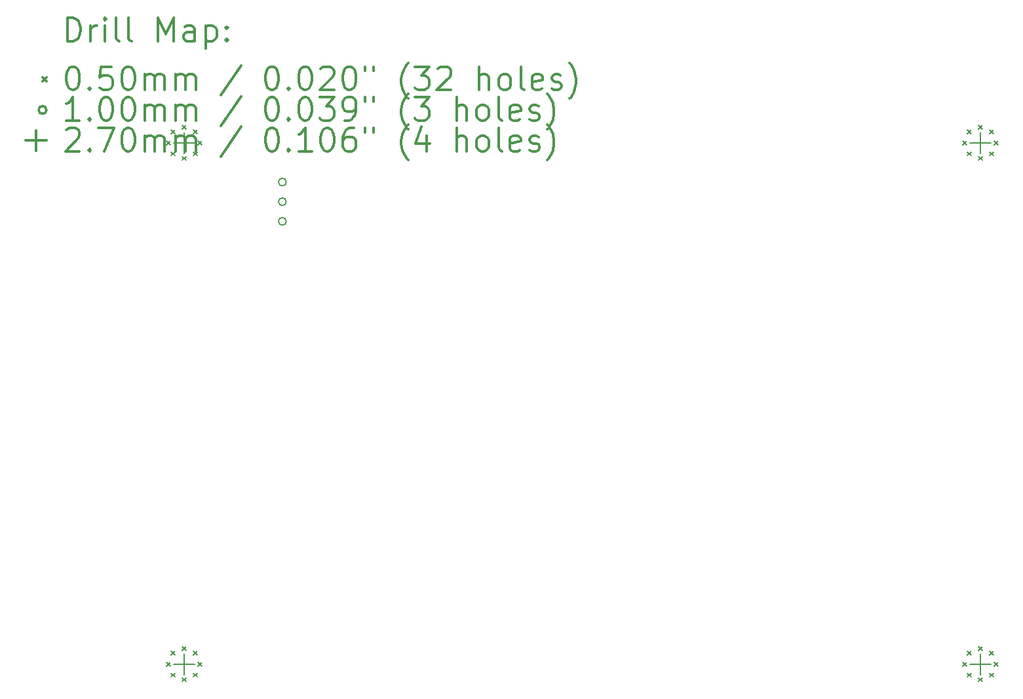
<source format=gbr>
%FSLAX45Y45*%
G04 Gerber Fmt 4.5, Leading zero omitted, Abs format (unit mm)*
G04 Created by KiCad (PCBNEW 4.0.6) date 06/13/17 21:24:57*
%MOMM*%
%LPD*%
G01*
G04 APERTURE LIST*
%ADD10C,0.127000*%
%ADD11C,0.200000*%
%ADD12C,0.300000*%
G04 APERTURE END LIST*
D10*
D11*
X1550500Y-1753000D02*
X1600500Y-1803000D01*
X1600500Y-1753000D02*
X1550500Y-1803000D01*
X1550500Y-8484000D02*
X1600500Y-8534000D01*
X1600500Y-8484000D02*
X1550500Y-8534000D01*
X1609811Y-1609811D02*
X1659811Y-1659811D01*
X1659811Y-1609811D02*
X1609811Y-1659811D01*
X1609811Y-1896189D02*
X1659811Y-1946189D01*
X1659811Y-1896189D02*
X1609811Y-1946189D01*
X1609811Y-8340811D02*
X1659811Y-8390811D01*
X1659811Y-8340811D02*
X1609811Y-8390811D01*
X1609811Y-8627189D02*
X1659811Y-8677189D01*
X1659811Y-8627189D02*
X1609811Y-8677189D01*
X1753000Y-1550500D02*
X1803000Y-1600500D01*
X1803000Y-1550500D02*
X1753000Y-1600500D01*
X1753000Y-1955500D02*
X1803000Y-2005500D01*
X1803000Y-1955500D02*
X1753000Y-2005500D01*
X1753000Y-8281500D02*
X1803000Y-8331500D01*
X1803000Y-8281500D02*
X1753000Y-8331500D01*
X1753000Y-8686500D02*
X1803000Y-8736500D01*
X1803000Y-8686500D02*
X1753000Y-8736500D01*
X1896189Y-1609811D02*
X1946189Y-1659811D01*
X1946189Y-1609811D02*
X1896189Y-1659811D01*
X1896189Y-1896189D02*
X1946189Y-1946189D01*
X1946189Y-1896189D02*
X1896189Y-1946189D01*
X1896189Y-8340811D02*
X1946189Y-8390811D01*
X1946189Y-8340811D02*
X1896189Y-8390811D01*
X1896189Y-8627189D02*
X1946189Y-8677189D01*
X1946189Y-8627189D02*
X1896189Y-8677189D01*
X1955500Y-1753000D02*
X2005500Y-1803000D01*
X2005500Y-1753000D02*
X1955500Y-1803000D01*
X1955500Y-8484000D02*
X2005500Y-8534000D01*
X2005500Y-8484000D02*
X1955500Y-8534000D01*
X11837500Y-1753000D02*
X11887500Y-1803000D01*
X11887500Y-1753000D02*
X11837500Y-1803000D01*
X11837500Y-8484000D02*
X11887500Y-8534000D01*
X11887500Y-8484000D02*
X11837500Y-8534000D01*
X11896811Y-1609811D02*
X11946811Y-1659811D01*
X11946811Y-1609811D02*
X11896811Y-1659811D01*
X11896811Y-1896189D02*
X11946811Y-1946189D01*
X11946811Y-1896189D02*
X11896811Y-1946189D01*
X11896811Y-8340811D02*
X11946811Y-8390811D01*
X11946811Y-8340811D02*
X11896811Y-8390811D01*
X11896811Y-8627189D02*
X11946811Y-8677189D01*
X11946811Y-8627189D02*
X11896811Y-8677189D01*
X12040000Y-1550500D02*
X12090000Y-1600500D01*
X12090000Y-1550500D02*
X12040000Y-1600500D01*
X12040000Y-1955500D02*
X12090000Y-2005500D01*
X12090000Y-1955500D02*
X12040000Y-2005500D01*
X12040000Y-8281500D02*
X12090000Y-8331500D01*
X12090000Y-8281500D02*
X12040000Y-8331500D01*
X12040000Y-8686500D02*
X12090000Y-8736500D01*
X12090000Y-8686500D02*
X12040000Y-8736500D01*
X12183189Y-1609811D02*
X12233189Y-1659811D01*
X12233189Y-1609811D02*
X12183189Y-1659811D01*
X12183189Y-1896189D02*
X12233189Y-1946189D01*
X12233189Y-1896189D02*
X12183189Y-1946189D01*
X12183189Y-8340811D02*
X12233189Y-8390811D01*
X12233189Y-8340811D02*
X12183189Y-8390811D01*
X12183189Y-8627189D02*
X12233189Y-8677189D01*
X12233189Y-8627189D02*
X12183189Y-8677189D01*
X12242500Y-1753000D02*
X12292500Y-1803000D01*
X12292500Y-1753000D02*
X12242500Y-1803000D01*
X12242500Y-8484000D02*
X12292500Y-8534000D01*
X12292500Y-8484000D02*
X12242500Y-8534000D01*
X3098000Y-2286000D02*
G75*
G03X3098000Y-2286000I-50000J0D01*
G01*
X3098000Y-2540000D02*
G75*
G03X3098000Y-2540000I-50000J0D01*
G01*
X3098000Y-2794000D02*
G75*
G03X3098000Y-2794000I-50000J0D01*
G01*
X1778000Y-1643000D02*
X1778000Y-1913000D01*
X1643000Y-1778000D02*
X1913000Y-1778000D01*
X1778000Y-8374000D02*
X1778000Y-8644000D01*
X1643000Y-8509000D02*
X1913000Y-8509000D01*
X12065000Y-1643000D02*
X12065000Y-1913000D01*
X11930000Y-1778000D02*
X12200000Y-1778000D01*
X12065000Y-8374000D02*
X12065000Y-8644000D01*
X11930000Y-8509000D02*
X12200000Y-8509000D01*
D12*
X271429Y-465714D02*
X271429Y-165714D01*
X342857Y-165714D01*
X385714Y-180000D01*
X414286Y-208571D01*
X428571Y-237143D01*
X442857Y-294286D01*
X442857Y-337143D01*
X428571Y-394286D01*
X414286Y-422857D01*
X385714Y-451429D01*
X342857Y-465714D01*
X271429Y-465714D01*
X571429Y-465714D02*
X571429Y-265714D01*
X571429Y-322857D02*
X585714Y-294286D01*
X600000Y-280000D01*
X628571Y-265714D01*
X657143Y-265714D01*
X757143Y-465714D02*
X757143Y-265714D01*
X757143Y-165714D02*
X742857Y-180000D01*
X757143Y-194286D01*
X771429Y-180000D01*
X757143Y-165714D01*
X757143Y-194286D01*
X942857Y-465714D02*
X914286Y-451429D01*
X900000Y-422857D01*
X900000Y-165714D01*
X1100000Y-465714D02*
X1071429Y-451429D01*
X1057143Y-422857D01*
X1057143Y-165714D01*
X1442857Y-465714D02*
X1442857Y-165714D01*
X1542857Y-380000D01*
X1642857Y-165714D01*
X1642857Y-465714D01*
X1914286Y-465714D02*
X1914286Y-308571D01*
X1900000Y-280000D01*
X1871429Y-265714D01*
X1814286Y-265714D01*
X1785714Y-280000D01*
X1914286Y-451429D02*
X1885714Y-465714D01*
X1814286Y-465714D01*
X1785714Y-451429D01*
X1771429Y-422857D01*
X1771429Y-394286D01*
X1785714Y-365714D01*
X1814286Y-351429D01*
X1885714Y-351429D01*
X1914286Y-337143D01*
X2057143Y-265714D02*
X2057143Y-565714D01*
X2057143Y-280000D02*
X2085714Y-265714D01*
X2142857Y-265714D01*
X2171429Y-280000D01*
X2185714Y-294286D01*
X2200000Y-322857D01*
X2200000Y-408571D01*
X2185714Y-437143D01*
X2171429Y-451429D01*
X2142857Y-465714D01*
X2085714Y-465714D01*
X2057143Y-451429D01*
X2328572Y-437143D02*
X2342857Y-451429D01*
X2328572Y-465714D01*
X2314286Y-451429D01*
X2328572Y-437143D01*
X2328572Y-465714D01*
X2328572Y-280000D02*
X2342857Y-294286D01*
X2328572Y-308571D01*
X2314286Y-294286D01*
X2328572Y-280000D01*
X2328572Y-308571D01*
X-50000Y-935000D02*
X0Y-985000D01*
X0Y-935000D02*
X-50000Y-985000D01*
X328571Y-795714D02*
X357143Y-795714D01*
X385714Y-810000D01*
X400000Y-824286D01*
X414286Y-852857D01*
X428571Y-910000D01*
X428571Y-981429D01*
X414286Y-1038571D01*
X400000Y-1067143D01*
X385714Y-1081429D01*
X357143Y-1095714D01*
X328571Y-1095714D01*
X300000Y-1081429D01*
X285714Y-1067143D01*
X271429Y-1038571D01*
X257143Y-981429D01*
X257143Y-910000D01*
X271429Y-852857D01*
X285714Y-824286D01*
X300000Y-810000D01*
X328571Y-795714D01*
X557143Y-1067143D02*
X571429Y-1081429D01*
X557143Y-1095714D01*
X542857Y-1081429D01*
X557143Y-1067143D01*
X557143Y-1095714D01*
X842857Y-795714D02*
X700000Y-795714D01*
X685714Y-938571D01*
X700000Y-924286D01*
X728571Y-910000D01*
X800000Y-910000D01*
X828571Y-924286D01*
X842857Y-938571D01*
X857143Y-967143D01*
X857143Y-1038571D01*
X842857Y-1067143D01*
X828571Y-1081429D01*
X800000Y-1095714D01*
X728571Y-1095714D01*
X700000Y-1081429D01*
X685714Y-1067143D01*
X1042857Y-795714D02*
X1071429Y-795714D01*
X1100000Y-810000D01*
X1114286Y-824286D01*
X1128571Y-852857D01*
X1142857Y-910000D01*
X1142857Y-981429D01*
X1128571Y-1038571D01*
X1114286Y-1067143D01*
X1100000Y-1081429D01*
X1071429Y-1095714D01*
X1042857Y-1095714D01*
X1014286Y-1081429D01*
X1000000Y-1067143D01*
X985714Y-1038571D01*
X971429Y-981429D01*
X971429Y-910000D01*
X985714Y-852857D01*
X1000000Y-824286D01*
X1014286Y-810000D01*
X1042857Y-795714D01*
X1271429Y-1095714D02*
X1271429Y-895714D01*
X1271429Y-924286D02*
X1285714Y-910000D01*
X1314286Y-895714D01*
X1357143Y-895714D01*
X1385714Y-910000D01*
X1400000Y-938571D01*
X1400000Y-1095714D01*
X1400000Y-938571D02*
X1414286Y-910000D01*
X1442857Y-895714D01*
X1485714Y-895714D01*
X1514286Y-910000D01*
X1528571Y-938571D01*
X1528571Y-1095714D01*
X1671429Y-1095714D02*
X1671429Y-895714D01*
X1671429Y-924286D02*
X1685714Y-910000D01*
X1714286Y-895714D01*
X1757143Y-895714D01*
X1785714Y-910000D01*
X1800000Y-938571D01*
X1800000Y-1095714D01*
X1800000Y-938571D02*
X1814286Y-910000D01*
X1842857Y-895714D01*
X1885714Y-895714D01*
X1914286Y-910000D01*
X1928571Y-938571D01*
X1928571Y-1095714D01*
X2514286Y-781429D02*
X2257143Y-1167143D01*
X2900000Y-795714D02*
X2928571Y-795714D01*
X2957143Y-810000D01*
X2971428Y-824286D01*
X2985714Y-852857D01*
X3000000Y-910000D01*
X3000000Y-981429D01*
X2985714Y-1038571D01*
X2971428Y-1067143D01*
X2957143Y-1081429D01*
X2928571Y-1095714D01*
X2900000Y-1095714D01*
X2871428Y-1081429D01*
X2857143Y-1067143D01*
X2842857Y-1038571D01*
X2828571Y-981429D01*
X2828571Y-910000D01*
X2842857Y-852857D01*
X2857143Y-824286D01*
X2871428Y-810000D01*
X2900000Y-795714D01*
X3128571Y-1067143D02*
X3142857Y-1081429D01*
X3128571Y-1095714D01*
X3114286Y-1081429D01*
X3128571Y-1067143D01*
X3128571Y-1095714D01*
X3328571Y-795714D02*
X3357143Y-795714D01*
X3385714Y-810000D01*
X3400000Y-824286D01*
X3414286Y-852857D01*
X3428571Y-910000D01*
X3428571Y-981429D01*
X3414286Y-1038571D01*
X3400000Y-1067143D01*
X3385714Y-1081429D01*
X3357143Y-1095714D01*
X3328571Y-1095714D01*
X3300000Y-1081429D01*
X3285714Y-1067143D01*
X3271428Y-1038571D01*
X3257143Y-981429D01*
X3257143Y-910000D01*
X3271428Y-852857D01*
X3285714Y-824286D01*
X3300000Y-810000D01*
X3328571Y-795714D01*
X3542857Y-824286D02*
X3557143Y-810000D01*
X3585714Y-795714D01*
X3657143Y-795714D01*
X3685714Y-810000D01*
X3700000Y-824286D01*
X3714286Y-852857D01*
X3714286Y-881429D01*
X3700000Y-924286D01*
X3528571Y-1095714D01*
X3714286Y-1095714D01*
X3900000Y-795714D02*
X3928571Y-795714D01*
X3957143Y-810000D01*
X3971428Y-824286D01*
X3985714Y-852857D01*
X4000000Y-910000D01*
X4000000Y-981429D01*
X3985714Y-1038571D01*
X3971428Y-1067143D01*
X3957143Y-1081429D01*
X3928571Y-1095714D01*
X3900000Y-1095714D01*
X3871428Y-1081429D01*
X3857143Y-1067143D01*
X3842857Y-1038571D01*
X3828571Y-981429D01*
X3828571Y-910000D01*
X3842857Y-852857D01*
X3857143Y-824286D01*
X3871428Y-810000D01*
X3900000Y-795714D01*
X4114286Y-795714D02*
X4114286Y-852857D01*
X4228571Y-795714D02*
X4228571Y-852857D01*
X4671429Y-1210000D02*
X4657143Y-1195714D01*
X4628571Y-1152857D01*
X4614286Y-1124286D01*
X4600000Y-1081429D01*
X4585714Y-1010000D01*
X4585714Y-952857D01*
X4600000Y-881429D01*
X4614286Y-838571D01*
X4628571Y-810000D01*
X4657143Y-767143D01*
X4671429Y-752857D01*
X4757143Y-795714D02*
X4942857Y-795714D01*
X4842857Y-910000D01*
X4885714Y-910000D01*
X4914286Y-924286D01*
X4928571Y-938571D01*
X4942857Y-967143D01*
X4942857Y-1038571D01*
X4928571Y-1067143D01*
X4914286Y-1081429D01*
X4885714Y-1095714D01*
X4800000Y-1095714D01*
X4771429Y-1081429D01*
X4757143Y-1067143D01*
X5057143Y-824286D02*
X5071429Y-810000D01*
X5100000Y-795714D01*
X5171429Y-795714D01*
X5200000Y-810000D01*
X5214286Y-824286D01*
X5228571Y-852857D01*
X5228571Y-881429D01*
X5214286Y-924286D01*
X5042857Y-1095714D01*
X5228571Y-1095714D01*
X5585714Y-1095714D02*
X5585714Y-795714D01*
X5714286Y-1095714D02*
X5714286Y-938571D01*
X5700000Y-910000D01*
X5671428Y-895714D01*
X5628571Y-895714D01*
X5600000Y-910000D01*
X5585714Y-924286D01*
X5900000Y-1095714D02*
X5871428Y-1081429D01*
X5857143Y-1067143D01*
X5842857Y-1038571D01*
X5842857Y-952857D01*
X5857143Y-924286D01*
X5871428Y-910000D01*
X5900000Y-895714D01*
X5942857Y-895714D01*
X5971428Y-910000D01*
X5985714Y-924286D01*
X6000000Y-952857D01*
X6000000Y-1038571D01*
X5985714Y-1067143D01*
X5971428Y-1081429D01*
X5942857Y-1095714D01*
X5900000Y-1095714D01*
X6171428Y-1095714D02*
X6142857Y-1081429D01*
X6128571Y-1052857D01*
X6128571Y-795714D01*
X6400000Y-1081429D02*
X6371429Y-1095714D01*
X6314286Y-1095714D01*
X6285714Y-1081429D01*
X6271429Y-1052857D01*
X6271429Y-938571D01*
X6285714Y-910000D01*
X6314286Y-895714D01*
X6371429Y-895714D01*
X6400000Y-910000D01*
X6414286Y-938571D01*
X6414286Y-967143D01*
X6271429Y-995714D01*
X6528571Y-1081429D02*
X6557143Y-1095714D01*
X6614286Y-1095714D01*
X6642857Y-1081429D01*
X6657143Y-1052857D01*
X6657143Y-1038571D01*
X6642857Y-1010000D01*
X6614286Y-995714D01*
X6571429Y-995714D01*
X6542857Y-981429D01*
X6528571Y-952857D01*
X6528571Y-938571D01*
X6542857Y-910000D01*
X6571429Y-895714D01*
X6614286Y-895714D01*
X6642857Y-910000D01*
X6757143Y-1210000D02*
X6771429Y-1195714D01*
X6800000Y-1152857D01*
X6814286Y-1124286D01*
X6828571Y-1081429D01*
X6842857Y-1010000D01*
X6842857Y-952857D01*
X6828571Y-881429D01*
X6814286Y-838571D01*
X6800000Y-810000D01*
X6771429Y-767143D01*
X6757143Y-752857D01*
X0Y-1356000D02*
G75*
G03X0Y-1356000I-50000J0D01*
G01*
X428571Y-1491714D02*
X257143Y-1491714D01*
X342857Y-1491714D02*
X342857Y-1191714D01*
X314286Y-1234571D01*
X285714Y-1263143D01*
X257143Y-1277429D01*
X557143Y-1463143D02*
X571429Y-1477429D01*
X557143Y-1491714D01*
X542857Y-1477429D01*
X557143Y-1463143D01*
X557143Y-1491714D01*
X757143Y-1191714D02*
X785714Y-1191714D01*
X814286Y-1206000D01*
X828571Y-1220286D01*
X842857Y-1248857D01*
X857143Y-1306000D01*
X857143Y-1377429D01*
X842857Y-1434571D01*
X828571Y-1463143D01*
X814286Y-1477429D01*
X785714Y-1491714D01*
X757143Y-1491714D01*
X728571Y-1477429D01*
X714286Y-1463143D01*
X700000Y-1434571D01*
X685714Y-1377429D01*
X685714Y-1306000D01*
X700000Y-1248857D01*
X714286Y-1220286D01*
X728571Y-1206000D01*
X757143Y-1191714D01*
X1042857Y-1191714D02*
X1071429Y-1191714D01*
X1100000Y-1206000D01*
X1114286Y-1220286D01*
X1128571Y-1248857D01*
X1142857Y-1306000D01*
X1142857Y-1377429D01*
X1128571Y-1434571D01*
X1114286Y-1463143D01*
X1100000Y-1477429D01*
X1071429Y-1491714D01*
X1042857Y-1491714D01*
X1014286Y-1477429D01*
X1000000Y-1463143D01*
X985714Y-1434571D01*
X971429Y-1377429D01*
X971429Y-1306000D01*
X985714Y-1248857D01*
X1000000Y-1220286D01*
X1014286Y-1206000D01*
X1042857Y-1191714D01*
X1271429Y-1491714D02*
X1271429Y-1291714D01*
X1271429Y-1320286D02*
X1285714Y-1306000D01*
X1314286Y-1291714D01*
X1357143Y-1291714D01*
X1385714Y-1306000D01*
X1400000Y-1334571D01*
X1400000Y-1491714D01*
X1400000Y-1334571D02*
X1414286Y-1306000D01*
X1442857Y-1291714D01*
X1485714Y-1291714D01*
X1514286Y-1306000D01*
X1528571Y-1334571D01*
X1528571Y-1491714D01*
X1671429Y-1491714D02*
X1671429Y-1291714D01*
X1671429Y-1320286D02*
X1685714Y-1306000D01*
X1714286Y-1291714D01*
X1757143Y-1291714D01*
X1785714Y-1306000D01*
X1800000Y-1334571D01*
X1800000Y-1491714D01*
X1800000Y-1334571D02*
X1814286Y-1306000D01*
X1842857Y-1291714D01*
X1885714Y-1291714D01*
X1914286Y-1306000D01*
X1928571Y-1334571D01*
X1928571Y-1491714D01*
X2514286Y-1177429D02*
X2257143Y-1563143D01*
X2900000Y-1191714D02*
X2928571Y-1191714D01*
X2957143Y-1206000D01*
X2971428Y-1220286D01*
X2985714Y-1248857D01*
X3000000Y-1306000D01*
X3000000Y-1377429D01*
X2985714Y-1434571D01*
X2971428Y-1463143D01*
X2957143Y-1477429D01*
X2928571Y-1491714D01*
X2900000Y-1491714D01*
X2871428Y-1477429D01*
X2857143Y-1463143D01*
X2842857Y-1434571D01*
X2828571Y-1377429D01*
X2828571Y-1306000D01*
X2842857Y-1248857D01*
X2857143Y-1220286D01*
X2871428Y-1206000D01*
X2900000Y-1191714D01*
X3128571Y-1463143D02*
X3142857Y-1477429D01*
X3128571Y-1491714D01*
X3114286Y-1477429D01*
X3128571Y-1463143D01*
X3128571Y-1491714D01*
X3328571Y-1191714D02*
X3357143Y-1191714D01*
X3385714Y-1206000D01*
X3400000Y-1220286D01*
X3414286Y-1248857D01*
X3428571Y-1306000D01*
X3428571Y-1377429D01*
X3414286Y-1434571D01*
X3400000Y-1463143D01*
X3385714Y-1477429D01*
X3357143Y-1491714D01*
X3328571Y-1491714D01*
X3300000Y-1477429D01*
X3285714Y-1463143D01*
X3271428Y-1434571D01*
X3257143Y-1377429D01*
X3257143Y-1306000D01*
X3271428Y-1248857D01*
X3285714Y-1220286D01*
X3300000Y-1206000D01*
X3328571Y-1191714D01*
X3528571Y-1191714D02*
X3714286Y-1191714D01*
X3614286Y-1306000D01*
X3657143Y-1306000D01*
X3685714Y-1320286D01*
X3700000Y-1334571D01*
X3714286Y-1363143D01*
X3714286Y-1434571D01*
X3700000Y-1463143D01*
X3685714Y-1477429D01*
X3657143Y-1491714D01*
X3571428Y-1491714D01*
X3542857Y-1477429D01*
X3528571Y-1463143D01*
X3857143Y-1491714D02*
X3914286Y-1491714D01*
X3942857Y-1477429D01*
X3957143Y-1463143D01*
X3985714Y-1420286D01*
X4000000Y-1363143D01*
X4000000Y-1248857D01*
X3985714Y-1220286D01*
X3971428Y-1206000D01*
X3942857Y-1191714D01*
X3885714Y-1191714D01*
X3857143Y-1206000D01*
X3842857Y-1220286D01*
X3828571Y-1248857D01*
X3828571Y-1320286D01*
X3842857Y-1348857D01*
X3857143Y-1363143D01*
X3885714Y-1377429D01*
X3942857Y-1377429D01*
X3971428Y-1363143D01*
X3985714Y-1348857D01*
X4000000Y-1320286D01*
X4114286Y-1191714D02*
X4114286Y-1248857D01*
X4228571Y-1191714D02*
X4228571Y-1248857D01*
X4671429Y-1606000D02*
X4657143Y-1591714D01*
X4628571Y-1548857D01*
X4614286Y-1520286D01*
X4600000Y-1477429D01*
X4585714Y-1406000D01*
X4585714Y-1348857D01*
X4600000Y-1277429D01*
X4614286Y-1234571D01*
X4628571Y-1206000D01*
X4657143Y-1163143D01*
X4671429Y-1148857D01*
X4757143Y-1191714D02*
X4942857Y-1191714D01*
X4842857Y-1306000D01*
X4885714Y-1306000D01*
X4914286Y-1320286D01*
X4928571Y-1334571D01*
X4942857Y-1363143D01*
X4942857Y-1434571D01*
X4928571Y-1463143D01*
X4914286Y-1477429D01*
X4885714Y-1491714D01*
X4800000Y-1491714D01*
X4771429Y-1477429D01*
X4757143Y-1463143D01*
X5300000Y-1491714D02*
X5300000Y-1191714D01*
X5428571Y-1491714D02*
X5428571Y-1334571D01*
X5414286Y-1306000D01*
X5385714Y-1291714D01*
X5342857Y-1291714D01*
X5314286Y-1306000D01*
X5300000Y-1320286D01*
X5614286Y-1491714D02*
X5585714Y-1477429D01*
X5571429Y-1463143D01*
X5557143Y-1434571D01*
X5557143Y-1348857D01*
X5571429Y-1320286D01*
X5585714Y-1306000D01*
X5614286Y-1291714D01*
X5657143Y-1291714D01*
X5685714Y-1306000D01*
X5700000Y-1320286D01*
X5714286Y-1348857D01*
X5714286Y-1434571D01*
X5700000Y-1463143D01*
X5685714Y-1477429D01*
X5657143Y-1491714D01*
X5614286Y-1491714D01*
X5885714Y-1491714D02*
X5857143Y-1477429D01*
X5842857Y-1448857D01*
X5842857Y-1191714D01*
X6114286Y-1477429D02*
X6085714Y-1491714D01*
X6028571Y-1491714D01*
X6000000Y-1477429D01*
X5985714Y-1448857D01*
X5985714Y-1334571D01*
X6000000Y-1306000D01*
X6028571Y-1291714D01*
X6085714Y-1291714D01*
X6114286Y-1306000D01*
X6128571Y-1334571D01*
X6128571Y-1363143D01*
X5985714Y-1391714D01*
X6242857Y-1477429D02*
X6271429Y-1491714D01*
X6328571Y-1491714D01*
X6357143Y-1477429D01*
X6371429Y-1448857D01*
X6371429Y-1434571D01*
X6357143Y-1406000D01*
X6328571Y-1391714D01*
X6285714Y-1391714D01*
X6257143Y-1377429D01*
X6242857Y-1348857D01*
X6242857Y-1334571D01*
X6257143Y-1306000D01*
X6285714Y-1291714D01*
X6328571Y-1291714D01*
X6357143Y-1306000D01*
X6471428Y-1606000D02*
X6485714Y-1591714D01*
X6514286Y-1548857D01*
X6528571Y-1520286D01*
X6542857Y-1477429D01*
X6557143Y-1406000D01*
X6557143Y-1348857D01*
X6542857Y-1277429D01*
X6528571Y-1234571D01*
X6514286Y-1206000D01*
X6485714Y-1163143D01*
X6471428Y-1148857D01*
X-135000Y-1617000D02*
X-135000Y-1887000D01*
X-270000Y-1752000D02*
X0Y-1752000D01*
X257143Y-1616286D02*
X271429Y-1602000D01*
X300000Y-1587714D01*
X371429Y-1587714D01*
X400000Y-1602000D01*
X414286Y-1616286D01*
X428571Y-1644857D01*
X428571Y-1673429D01*
X414286Y-1716286D01*
X242857Y-1887714D01*
X428571Y-1887714D01*
X557143Y-1859143D02*
X571429Y-1873429D01*
X557143Y-1887714D01*
X542857Y-1873429D01*
X557143Y-1859143D01*
X557143Y-1887714D01*
X671429Y-1587714D02*
X871428Y-1587714D01*
X742857Y-1887714D01*
X1042857Y-1587714D02*
X1071429Y-1587714D01*
X1100000Y-1602000D01*
X1114286Y-1616286D01*
X1128571Y-1644857D01*
X1142857Y-1702000D01*
X1142857Y-1773429D01*
X1128571Y-1830571D01*
X1114286Y-1859143D01*
X1100000Y-1873429D01*
X1071429Y-1887714D01*
X1042857Y-1887714D01*
X1014286Y-1873429D01*
X1000000Y-1859143D01*
X985714Y-1830571D01*
X971429Y-1773429D01*
X971429Y-1702000D01*
X985714Y-1644857D01*
X1000000Y-1616286D01*
X1014286Y-1602000D01*
X1042857Y-1587714D01*
X1271429Y-1887714D02*
X1271429Y-1687714D01*
X1271429Y-1716286D02*
X1285714Y-1702000D01*
X1314286Y-1687714D01*
X1357143Y-1687714D01*
X1385714Y-1702000D01*
X1400000Y-1730571D01*
X1400000Y-1887714D01*
X1400000Y-1730571D02*
X1414286Y-1702000D01*
X1442857Y-1687714D01*
X1485714Y-1687714D01*
X1514286Y-1702000D01*
X1528571Y-1730571D01*
X1528571Y-1887714D01*
X1671429Y-1887714D02*
X1671429Y-1687714D01*
X1671429Y-1716286D02*
X1685714Y-1702000D01*
X1714286Y-1687714D01*
X1757143Y-1687714D01*
X1785714Y-1702000D01*
X1800000Y-1730571D01*
X1800000Y-1887714D01*
X1800000Y-1730571D02*
X1814286Y-1702000D01*
X1842857Y-1687714D01*
X1885714Y-1687714D01*
X1914286Y-1702000D01*
X1928571Y-1730571D01*
X1928571Y-1887714D01*
X2514286Y-1573429D02*
X2257143Y-1959143D01*
X2900000Y-1587714D02*
X2928571Y-1587714D01*
X2957143Y-1602000D01*
X2971428Y-1616286D01*
X2985714Y-1644857D01*
X3000000Y-1702000D01*
X3000000Y-1773429D01*
X2985714Y-1830571D01*
X2971428Y-1859143D01*
X2957143Y-1873429D01*
X2928571Y-1887714D01*
X2900000Y-1887714D01*
X2871428Y-1873429D01*
X2857143Y-1859143D01*
X2842857Y-1830571D01*
X2828571Y-1773429D01*
X2828571Y-1702000D01*
X2842857Y-1644857D01*
X2857143Y-1616286D01*
X2871428Y-1602000D01*
X2900000Y-1587714D01*
X3128571Y-1859143D02*
X3142857Y-1873429D01*
X3128571Y-1887714D01*
X3114286Y-1873429D01*
X3128571Y-1859143D01*
X3128571Y-1887714D01*
X3428571Y-1887714D02*
X3257143Y-1887714D01*
X3342857Y-1887714D02*
X3342857Y-1587714D01*
X3314286Y-1630571D01*
X3285714Y-1659143D01*
X3257143Y-1673429D01*
X3614286Y-1587714D02*
X3642857Y-1587714D01*
X3671428Y-1602000D01*
X3685714Y-1616286D01*
X3700000Y-1644857D01*
X3714286Y-1702000D01*
X3714286Y-1773429D01*
X3700000Y-1830571D01*
X3685714Y-1859143D01*
X3671428Y-1873429D01*
X3642857Y-1887714D01*
X3614286Y-1887714D01*
X3585714Y-1873429D01*
X3571428Y-1859143D01*
X3557143Y-1830571D01*
X3542857Y-1773429D01*
X3542857Y-1702000D01*
X3557143Y-1644857D01*
X3571428Y-1616286D01*
X3585714Y-1602000D01*
X3614286Y-1587714D01*
X3971428Y-1587714D02*
X3914286Y-1587714D01*
X3885714Y-1602000D01*
X3871428Y-1616286D01*
X3842857Y-1659143D01*
X3828571Y-1716286D01*
X3828571Y-1830571D01*
X3842857Y-1859143D01*
X3857143Y-1873429D01*
X3885714Y-1887714D01*
X3942857Y-1887714D01*
X3971428Y-1873429D01*
X3985714Y-1859143D01*
X4000000Y-1830571D01*
X4000000Y-1759143D01*
X3985714Y-1730571D01*
X3971428Y-1716286D01*
X3942857Y-1702000D01*
X3885714Y-1702000D01*
X3857143Y-1716286D01*
X3842857Y-1730571D01*
X3828571Y-1759143D01*
X4114286Y-1587714D02*
X4114286Y-1644857D01*
X4228571Y-1587714D02*
X4228571Y-1644857D01*
X4671429Y-2002000D02*
X4657143Y-1987714D01*
X4628571Y-1944857D01*
X4614286Y-1916286D01*
X4600000Y-1873429D01*
X4585714Y-1802000D01*
X4585714Y-1744857D01*
X4600000Y-1673429D01*
X4614286Y-1630571D01*
X4628571Y-1602000D01*
X4657143Y-1559143D01*
X4671429Y-1544857D01*
X4914286Y-1687714D02*
X4914286Y-1887714D01*
X4842857Y-1573429D02*
X4771429Y-1787714D01*
X4957143Y-1787714D01*
X5300000Y-1887714D02*
X5300000Y-1587714D01*
X5428571Y-1887714D02*
X5428571Y-1730571D01*
X5414286Y-1702000D01*
X5385714Y-1687714D01*
X5342857Y-1687714D01*
X5314286Y-1702000D01*
X5300000Y-1716286D01*
X5614286Y-1887714D02*
X5585714Y-1873429D01*
X5571429Y-1859143D01*
X5557143Y-1830571D01*
X5557143Y-1744857D01*
X5571429Y-1716286D01*
X5585714Y-1702000D01*
X5614286Y-1687714D01*
X5657143Y-1687714D01*
X5685714Y-1702000D01*
X5700000Y-1716286D01*
X5714286Y-1744857D01*
X5714286Y-1830571D01*
X5700000Y-1859143D01*
X5685714Y-1873429D01*
X5657143Y-1887714D01*
X5614286Y-1887714D01*
X5885714Y-1887714D02*
X5857143Y-1873429D01*
X5842857Y-1844857D01*
X5842857Y-1587714D01*
X6114286Y-1873429D02*
X6085714Y-1887714D01*
X6028571Y-1887714D01*
X6000000Y-1873429D01*
X5985714Y-1844857D01*
X5985714Y-1730571D01*
X6000000Y-1702000D01*
X6028571Y-1687714D01*
X6085714Y-1687714D01*
X6114286Y-1702000D01*
X6128571Y-1730571D01*
X6128571Y-1759143D01*
X5985714Y-1787714D01*
X6242857Y-1873429D02*
X6271429Y-1887714D01*
X6328571Y-1887714D01*
X6357143Y-1873429D01*
X6371429Y-1844857D01*
X6371429Y-1830571D01*
X6357143Y-1802000D01*
X6328571Y-1787714D01*
X6285714Y-1787714D01*
X6257143Y-1773429D01*
X6242857Y-1744857D01*
X6242857Y-1730571D01*
X6257143Y-1702000D01*
X6285714Y-1687714D01*
X6328571Y-1687714D01*
X6357143Y-1702000D01*
X6471428Y-2002000D02*
X6485714Y-1987714D01*
X6514286Y-1944857D01*
X6528571Y-1916286D01*
X6542857Y-1873429D01*
X6557143Y-1802000D01*
X6557143Y-1744857D01*
X6542857Y-1673429D01*
X6528571Y-1630571D01*
X6514286Y-1602000D01*
X6485714Y-1559143D01*
X6471428Y-1544857D01*
M02*

</source>
